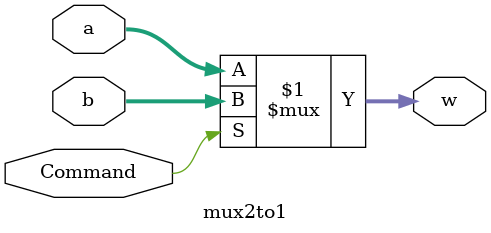
<source format=v>
module mux2to1#(parameter size = 16)(input Command, input [size-1:0] a, b, output [size-1:0] w);
	assign w = Command ? b : a;
endmodule 
</source>
